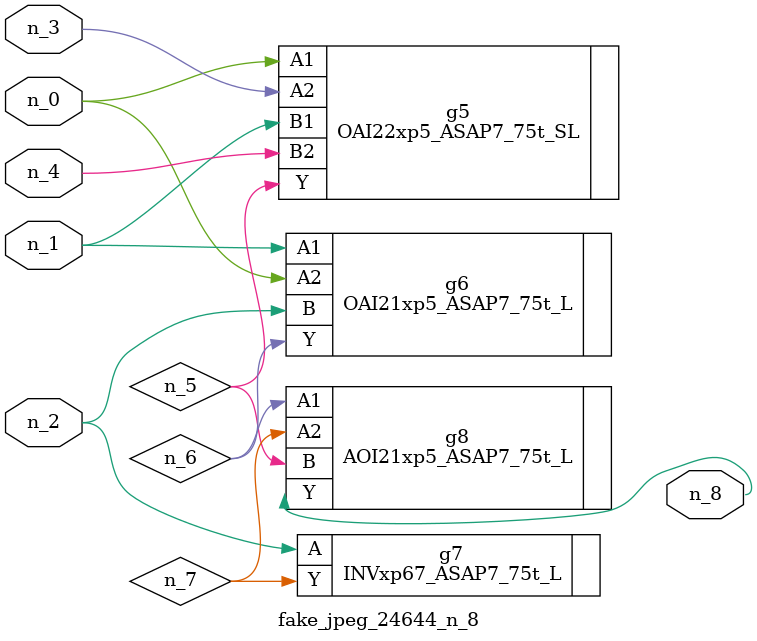
<source format=v>
module fake_jpeg_24644_n_8 (n_3, n_2, n_1, n_0, n_4, n_8);

input n_3;
input n_2;
input n_1;
input n_0;
input n_4;

output n_8;

wire n_6;
wire n_5;
wire n_7;

OAI22xp5_ASAP7_75t_SL g5 ( 
.A1(n_0),
.A2(n_3),
.B1(n_1),
.B2(n_4),
.Y(n_5)
);

OAI21xp5_ASAP7_75t_L g6 ( 
.A1(n_1),
.A2(n_0),
.B(n_2),
.Y(n_6)
);

INVxp67_ASAP7_75t_L g7 ( 
.A(n_2),
.Y(n_7)
);

AOI21xp5_ASAP7_75t_L g8 ( 
.A1(n_6),
.A2(n_7),
.B(n_5),
.Y(n_8)
);


endmodule
</source>
